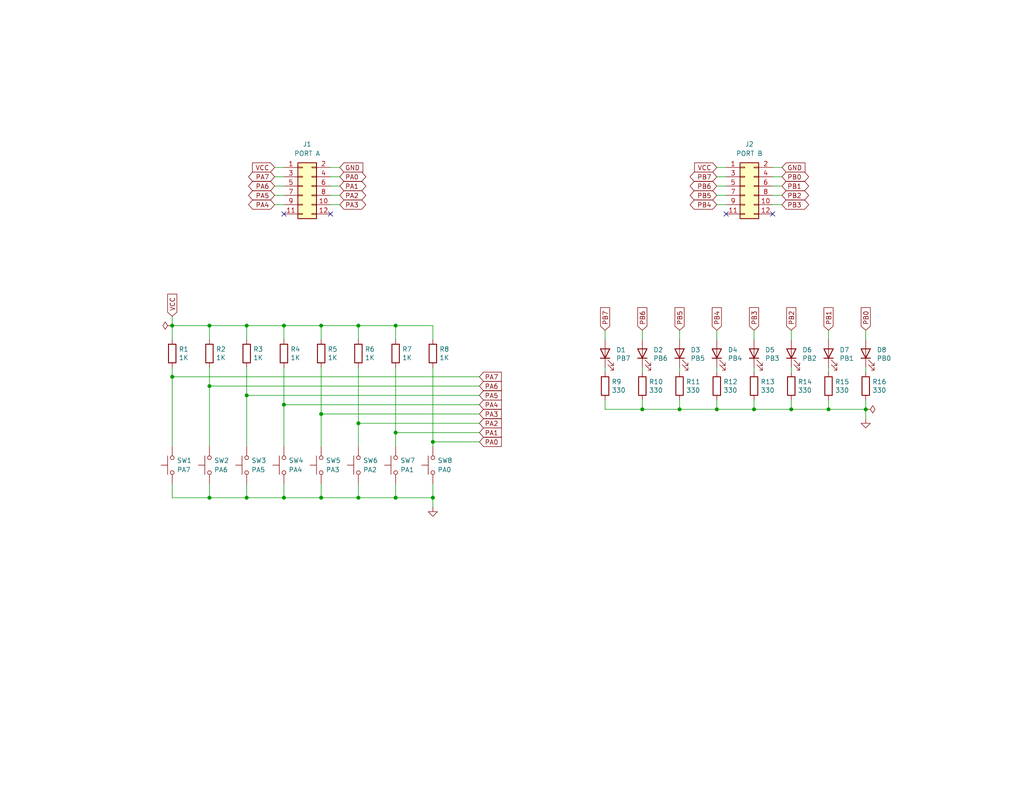
<source format=kicad_sch>
(kicad_sch (version 20231120) (generator "eeschema") (generator_version "8.0")
  (paper "USLetter")
  (title_block (title "6502 GPIO Helper") (date "2024-06-06") (rev "1.0") (company "A.C. Wright Design"))
  (lib_symbols
    (symbol "Connector_Generic:Conn_02x06_Odd_Even" (pin_names (offset 1.016) hide)
      (property "Reference" "J" (at 1.27 7.62 0))
      (property "Value" "Conn_02x06_Odd_Even" (at 1.27 -10.16 0))
      (symbol "Conn_02x06_Odd_Even_1_1"
        (rectangle (start -1.27 -7.493) (end 0 -7.747) (stroke (width 0.1524)))
        (rectangle (start -1.27 -4.953) (end 0 -5.207) (stroke (width 0.1524)))
        (rectangle (start -1.27 -2.413) (end 0 -2.667) (stroke (width 0.1524)))
        (rectangle (start -1.27 0.127) (end 0 -0.127) (stroke (width 0.1524)))
        (rectangle (start -1.27 2.667) (end 0 2.413) (stroke (width 0.1524)))
        (rectangle (start -1.27 5.207) (end 0 4.953) (stroke (width 0.1524)))
        (rectangle (start -1.27 6.35) (end 3.81 -8.89) (stroke (width 0.254)) (fill (type background)))
        (rectangle (start 3.81 -7.493) (end 2.54 -7.747) (stroke (width 0.1524)))
        (rectangle (start 3.81 -4.953) (end 2.54 -5.207) (stroke (width 0.1524)))
        (rectangle (start 3.81 -2.413) (end 2.54 -2.667) (stroke (width 0.1524)))
        (rectangle (start 3.81 0.127) (end 2.54 -0.127) (stroke (width 0.1524)))
        (rectangle (start 3.81 2.667) (end 2.54 2.413) (stroke (width 0.1524)))
        (rectangle (start 3.81 5.207) (end 2.54 4.953) (stroke (width 0.1524)))
        (pin passive line (at -5.08 5.08 0) (length 3.81) (name "Pin_1") (number "1"))
        (pin passive line (at 7.62 -5.08 180) (length 3.81) (name "Pin_10") (number "10"))
        (pin passive line (at -5.08 -7.62 0) (length 3.81) (name "Pin_11") (number "11"))
        (pin passive line (at 7.62 -7.62 180) (length 3.81) (name "Pin_12") (number "12"))
        (pin passive line (at 7.62 5.08 180) (length 3.81) (name "Pin_2") (number "2"))
        (pin passive line (at -5.08 2.54 0) (length 3.81) (name "Pin_3") (number "3"))
        (pin passive line (at 7.62 2.54 180) (length 3.81) (name "Pin_4") (number "4"))
        (pin passive line (at -5.08 0 0) (length 3.81) (name "Pin_5") (number "5"))
        (pin passive line (at 7.62 0 180) (length 3.81) (name "Pin_6") (number "6"))
        (pin passive line (at -5.08 -2.54 0) (length 3.81) (name "Pin_7") (number "7"))
        (pin passive line (at 7.62 -2.54 180) (length 3.81) (name "Pin_8") (number "8"))
        (pin passive line (at -5.08 -5.08 0) (length 3.81) (name "Pin_9") (number "9"))
      )
    )
    (symbol "Device:LED" (pin_numbers hide) (pin_names (offset 1.016) hide)
      (property "Reference" "D" (at 0 2.54 0))
      (property "Value" "LED" (at 0 -2.54 0))
      (symbol "LED_0_1"
        (polyline (pts (xy -1.27 -1.27) (xy -1.27 1.27)) (stroke (width 0.254)))
        (polyline (pts (xy -1.27 0) (xy 1.27 0)))
        (polyline (pts (xy 1.27 -1.27) (xy 1.27 1.27) (xy -1.27 0) (xy 1.27 -1.27)) (stroke (width 0.254)))
        (polyline (pts (xy -3.048 -0.762) (xy -4.572 -2.286) (xy -3.81 -2.286) (xy -4.572 -2.286) (xy -4.572 -1.524)))
        (polyline (pts (xy -1.778 -0.762) (xy -3.302 -2.286) (xy -2.54 -2.286) (xy -3.302 -2.286) (xy -3.302 -1.524)))
      )
      (symbol "LED_1_1"
        (pin passive line (at -3.81 0 0) (length 2.54) (name "K") (number "1"))
        (pin passive line (at 3.81 0 180) (length 2.54) (name "A") (number "2"))
      )
    )
    (symbol "Device:R" (pin_numbers hide) (pin_names (offset 0))
      (property "Reference" "R" (at 2.032 0 90))
      (property "Value" "R" (at 0 0 90))
      (symbol "R_0_1"
        (rectangle (start -1.016 -2.54) (end 1.016 2.54) (stroke (width 0.254)))
      )
      (symbol "R_1_1"
        (pin passive line (at 0 3.81 270) (length 1.27) (name "~") (number "1"))
        (pin passive line (at 0 -3.81 90) (length 1.27) (name "~") (number "2"))
      )
    )
    (symbol "Switch:SW_Push" (pin_numbers hide) (pin_names (offset 1.016) hide)
      (property "Reference" "SW" (at 1.27 2.54 0))
      (property "Value" "SW_Push" (at 0 -1.524 0))
      (symbol "SW_Push_0_1"
        (circle (center -2.032 0) (radius 0.508))
        (polyline (pts (xy 0 1.27) (xy 0 3.048)))
        (polyline (pts (xy 2.54 1.27) (xy -2.54 1.27)))
        (circle (center 2.032 0) (radius 0.508))
        (pin passive line (at -5.08 0 0) (length 2.54) (name "1") (number "1"))
        (pin passive line (at 5.08 0 180) (length 2.54) (name "2") (number "2"))
      )
    )
    (symbol "power:GND" (power) (pin_numbers hide) (pin_names (offset 0) hide)
      (property "Value" "GND" (at 0 -3.81 0))
      (symbol "GND_0_1"
        (polyline (pts (xy 0 0) (xy 0 -1.27) (xy 1.27 -1.27) (xy 0 -2.54) (xy -1.27 -1.27) (xy 0 -1.27)))
      )
      (symbol "GND_1_1"
        (pin power_in line (at 0 0 270) (length 0) (name "~") (number "1"))
      )
    )
    (symbol "power:PWR_FLAG" (power) (pin_numbers hide) (pin_names (offset 0) hide)
      (property "Value" "PWR_FLAG" (at 0 3.81 0))
      (symbol "PWR_FLAG_0_0"
        (pin power_out line (at 0 0 90) (length 0) (name "~") (number "1"))
      )
      (symbol "PWR_FLAG_0_1"
        (polyline (pts (xy 0 0) (xy 0 1.27) (xy -1.016 1.905) (xy 0 2.54) (xy 1.016 1.905) (xy 0 1.27)))
      )
    )
  )
  (junction (at 185.42 111.76))
  (junction (at 57.15 88.9))
  (junction (at 77.47 135.89))
  (junction (at 67.31 88.9))
  (junction (at 46.99 102.87))
  (junction (at 67.31 107.95))
  (junction (at 97.79 88.9))
  (junction (at 118.11 135.89))
  (junction (at 195.58 111.76))
  (junction (at 77.47 110.49))
  (junction (at 87.63 113.03))
  (junction (at 57.15 105.41))
  (junction (at 107.95 135.89))
  (junction (at 97.79 115.57))
  (junction (at 107.95 118.11))
  (junction (at 118.11 120.65))
  (junction (at 175.26 111.76))
  (junction (at 97.79 135.89))
  (junction (at 46.99 88.9))
  (junction (at 226.06 111.76))
  (junction (at 215.9 111.76))
  (junction (at 87.63 88.9))
  (junction (at 205.74 111.76))
  (junction (at 87.63 135.89))
  (junction (at 107.95 88.9))
  (junction (at 77.47 88.9))
  (junction (at 67.31 135.89))
  (junction (at 236.22 111.76))
  (junction (at 57.15 135.89))
  (no_connect (at 198.12 58.42))
  (no_connect (at 210.82 58.42))
  (no_connect (at 90.17 58.42))
  (no_connect (at 77.47 58.42))
  (wire (pts (xy 215.9 100.33) (xy 215.9 101.6)))
  (wire (pts (xy 118.11 88.9) (xy 107.95 88.9)))
  (wire (pts (xy 195.58 45.72) (xy 198.12 45.72)))
  (wire (pts (xy 74.93 50.8) (xy 77.47 50.8)))
  (wire (pts (xy 46.99 102.87) (xy 46.99 121.92)))
  (wire (pts (xy 195.58 111.76) (xy 205.74 111.76)))
  (wire (pts (xy 87.63 88.9) (xy 77.47 88.9)))
  (wire (pts (xy 107.95 118.11) (xy 107.95 121.92)))
  (wire (pts (xy 46.99 100.33) (xy 46.99 102.87)))
  (wire (pts (xy 107.95 135.89) (xy 118.11 135.89)))
  (wire (pts (xy 77.47 100.33) (xy 77.47 110.49)))
  (wire (pts (xy 90.17 55.88) (xy 92.71 55.88)))
  (wire (pts (xy 185.42 109.22) (xy 185.42 111.76)))
  (wire (pts (xy 195.58 50.8) (xy 198.12 50.8)))
  (wire (pts (xy 90.17 45.72) (xy 92.71 45.72)))
  (wire (pts (xy 205.74 90.17) (xy 205.74 92.71)))
  (wire (pts (xy 87.63 132.08) (xy 87.63 135.89)))
  (wire (pts (xy 118.11 120.65) (xy 130.81 120.65)))
  (wire (pts (xy 67.31 132.08) (xy 67.31 135.89)))
  (wire (pts (xy 97.79 88.9) (xy 97.79 92.71)))
  (wire (pts (xy 107.95 118.11) (xy 130.81 118.11)))
  (wire (pts (xy 57.15 105.41) (xy 57.15 121.92)))
  (wire (pts (xy 90.17 48.26) (xy 92.71 48.26)))
  (wire (pts (xy 57.15 100.33) (xy 57.15 105.41)))
  (wire (pts (xy 205.74 109.22) (xy 205.74 111.76)))
  (wire (pts (xy 57.15 88.9) (xy 46.99 88.9)))
  (wire (pts (xy 97.79 88.9) (xy 87.63 88.9)))
  (wire (pts (xy 90.17 53.34) (xy 92.71 53.34)))
  (wire (pts (xy 195.58 90.17) (xy 195.58 92.71)))
  (wire (pts (xy 210.82 50.8) (xy 213.36 50.8)))
  (wire (pts (xy 67.31 88.9) (xy 67.31 92.71)))
  (wire (pts (xy 77.47 135.89) (xy 87.63 135.89)))
  (wire (pts (xy 118.11 100.33) (xy 118.11 120.65)))
  (wire (pts (xy 74.93 45.72) (xy 77.47 45.72)))
  (wire (pts (xy 165.1 90.17) (xy 165.1 92.71)))
  (wire (pts (xy 236.22 109.22) (xy 236.22 111.76)))
  (wire (pts (xy 87.63 113.03) (xy 87.63 121.92)))
  (wire (pts (xy 226.06 100.33) (xy 226.06 101.6)))
  (wire (pts (xy 185.42 90.17) (xy 185.42 92.71)))
  (wire (pts (xy 87.63 135.89) (xy 97.79 135.89)))
  (wire (pts (xy 195.58 48.26) (xy 198.12 48.26)))
  (wire (pts (xy 215.9 90.17) (xy 215.9 92.71)))
  (wire (pts (xy 67.31 107.95) (xy 130.81 107.95)))
  (wire (pts (xy 46.99 86.36) (xy 46.99 88.9)))
  (wire (pts (xy 107.95 88.9) (xy 97.79 88.9)))
  (wire (pts (xy 87.63 113.03) (xy 130.81 113.03)))
  (wire (pts (xy 118.11 92.71) (xy 118.11 88.9)))
  (wire (pts (xy 236.22 90.17) (xy 236.22 92.71)))
  (wire (pts (xy 67.31 107.95) (xy 67.31 121.92)))
  (wire (pts (xy 195.58 53.34) (xy 198.12 53.34)))
  (wire (pts (xy 67.31 135.89) (xy 77.47 135.89)))
  (wire (pts (xy 210.82 48.26) (xy 213.36 48.26)))
  (wire (pts (xy 210.82 45.72) (xy 213.36 45.72)))
  (wire (pts (xy 46.99 135.89) (xy 57.15 135.89)))
  (wire (pts (xy 57.15 105.41) (xy 130.81 105.41)))
  (wire (pts (xy 46.99 132.08) (xy 46.99 135.89)))
  (wire (pts (xy 107.95 88.9) (xy 107.95 92.71)))
  (wire (pts (xy 74.93 55.88) (xy 77.47 55.88)))
  (wire (pts (xy 165.1 100.33) (xy 165.1 101.6)))
  (wire (pts (xy 185.42 111.76) (xy 195.58 111.76)))
  (wire (pts (xy 87.63 100.33) (xy 87.63 113.03)))
  (wire (pts (xy 97.79 100.33) (xy 97.79 115.57)))
  (wire (pts (xy 226.06 111.76) (xy 236.22 111.76)))
  (wire (pts (xy 118.11 120.65) (xy 118.11 121.92)))
  (wire (pts (xy 67.31 100.33) (xy 67.31 107.95)))
  (wire (pts (xy 97.79 132.08) (xy 97.79 135.89)))
  (wire (pts (xy 236.22 100.33) (xy 236.22 101.6)))
  (wire (pts (xy 77.47 88.9) (xy 77.47 92.71)))
  (wire (pts (xy 185.42 100.33) (xy 185.42 101.6)))
  (wire (pts (xy 165.1 111.76) (xy 175.26 111.76)))
  (wire (pts (xy 175.26 109.22) (xy 175.26 111.76)))
  (wire (pts (xy 97.79 115.57) (xy 97.79 121.92)))
  (wire (pts (xy 118.11 132.08) (xy 118.11 135.89)))
  (wire (pts (xy 215.9 111.76) (xy 226.06 111.76)))
  (wire (pts (xy 87.63 88.9) (xy 87.63 92.71)))
  (wire (pts (xy 97.79 135.89) (xy 107.95 135.89)))
  (wire (pts (xy 205.74 111.76) (xy 215.9 111.76)))
  (wire (pts (xy 97.79 115.57) (xy 130.81 115.57)))
  (wire (pts (xy 210.82 55.88) (xy 213.36 55.88)))
  (wire (pts (xy 236.22 111.76) (xy 236.22 114.3)))
  (wire (pts (xy 226.06 109.22) (xy 226.06 111.76)))
  (wire (pts (xy 195.58 109.22) (xy 195.58 111.76)))
  (wire (pts (xy 90.17 50.8) (xy 92.71 50.8)))
  (wire (pts (xy 175.26 111.76) (xy 185.42 111.76)))
  (wire (pts (xy 46.99 102.87) (xy 130.81 102.87)))
  (wire (pts (xy 77.47 110.49) (xy 77.47 121.92)))
  (wire (pts (xy 74.93 53.34) (xy 77.47 53.34)))
  (wire (pts (xy 195.58 100.33) (xy 195.58 101.6)))
  (wire (pts (xy 57.15 88.9) (xy 57.15 92.71)))
  (wire (pts (xy 74.93 48.26) (xy 77.47 48.26)))
  (wire (pts (xy 175.26 90.17) (xy 175.26 92.71)))
  (wire (pts (xy 57.15 132.08) (xy 57.15 135.89)))
  (wire (pts (xy 107.95 100.33) (xy 107.95 118.11)))
  (wire (pts (xy 210.82 53.34) (xy 213.36 53.34)))
  (wire (pts (xy 165.1 109.22) (xy 165.1 111.76)))
  (wire (pts (xy 215.9 109.22) (xy 215.9 111.76)))
  (wire (pts (xy 77.47 110.49) (xy 130.81 110.49)))
  (wire (pts (xy 226.06 90.17) (xy 226.06 92.71)))
  (wire (pts (xy 77.47 88.9) (xy 67.31 88.9)))
  (wire (pts (xy 46.99 88.9) (xy 46.99 92.71)))
  (wire (pts (xy 57.15 135.89) (xy 67.31 135.89)))
  (wire (pts (xy 175.26 100.33) (xy 175.26 101.6)))
  (wire (pts (xy 107.95 132.08) (xy 107.95 135.89)))
  (wire (pts (xy 205.74 100.33) (xy 205.74 101.6)))
  (wire (pts (xy 67.31 88.9) (xy 57.15 88.9)))
  (wire (pts (xy 195.58 55.88) (xy 198.12 55.88)))
  (wire (pts (xy 118.11 135.89) (xy 118.11 138.43)))
  (wire (pts (xy 77.47 132.08) (xy 77.47 135.89)))
  (global_label "GND" (shape input) (at 213.36 45.72 0) (property "Intersheetrefs" "${INTERSHEET_REFS}" (effects (hide yes))))
  (global_label "PB2" (shape input) (at 215.9 90.17 90) (property "Intersheetrefs" "${INTERSHEET_REFS}" (effects (hide yes))))
  (global_label "PB1" (shape bidirectional) (at 213.36 50.8 0) (property "Intersheetrefs" "${INTERSHEET_REFS}" (effects (hide yes))))
  (global_label "PA1" (shape input) (at 130.81 118.11 0) (property "Intersheetrefs" "${INTERSHEET_REFS}" (effects (hide yes))))
  (global_label "PB3" (shape input) (at 205.74 90.17 90) (property "Intersheetrefs" "${INTERSHEET_REFS}" (effects (hide yes))))
  (global_label "VCC" (shape input) (at 46.99 86.36 90) (property "Intersheetrefs" "${INTERSHEET_REFS}" (effects (hide yes))))
  (global_label "PA4" (shape input) (at 130.81 110.49 0) (property "Intersheetrefs" "${INTERSHEET_REFS}" (effects (hide yes))))
  (global_label "PB6" (shape bidirectional) (at 195.58 50.8 180) (property "Intersheetrefs" "${INTERSHEET_REFS}" (effects (hide yes))))
  (global_label "PB1" (shape input) (at 226.06 90.17 90) (property "Intersheetrefs" "${INTERSHEET_REFS}" (effects (hide yes))))
  (global_label "PA7" (shape bidirectional) (at 74.93 48.26 180) (property "Intersheetrefs" "${INTERSHEET_REFS}" (effects (hide yes))))
  (global_label "PA4" (shape bidirectional) (at 74.93 55.88 180) (property "Intersheetrefs" "${INTERSHEET_REFS}" (effects (hide yes))))
  (global_label "PA0" (shape input) (at 130.81 120.65 0) (property "Intersheetrefs" "${INTERSHEET_REFS}" (effects (hide yes))))
  (global_label "PA7" (shape input) (at 130.81 102.87 0) (property "Intersheetrefs" "${INTERSHEET_REFS}" (effects (hide yes))))
  (global_label "PA6" (shape input) (at 130.81 105.41 0) (property "Intersheetrefs" "${INTERSHEET_REFS}" (effects (hide yes))))
  (global_label "PA3" (shape input) (at 130.81 113.03 0) (property "Intersheetrefs" "${INTERSHEET_REFS}" (effects (hide yes))))
  (global_label "PA0" (shape bidirectional) (at 92.71 48.26 0) (property "Intersheetrefs" "${INTERSHEET_REFS}" (effects (hide yes))))
  (global_label "PA2" (shape input) (at 130.81 115.57 0) (property "Intersheetrefs" "${INTERSHEET_REFS}" (effects (hide yes))))
  (global_label "VCC" (shape input) (at 74.93 45.72 180) (property "Intersheetrefs" "${INTERSHEET_REFS}" (effects (hide yes))))
  (global_label "PB0" (shape input) (at 236.22 90.17 90) (property "Intersheetrefs" "${INTERSHEET_REFS}" (effects (hide yes))))
  (global_label "PB6" (shape input) (at 175.26 90.17 90) (property "Intersheetrefs" "${INTERSHEET_REFS}" (effects (hide yes))))
  (global_label "PA6" (shape bidirectional) (at 74.93 50.8 180) (property "Intersheetrefs" "${INTERSHEET_REFS}" (effects (hide yes))))
  (global_label "PA1" (shape bidirectional) (at 92.71 50.8 0) (property "Intersheetrefs" "${INTERSHEET_REFS}" (effects (hide yes))))
  (global_label "PB4" (shape bidirectional) (at 195.58 55.88 180) (property "Intersheetrefs" "${INTERSHEET_REFS}" (effects (hide yes))))
  (global_label "PB0" (shape bidirectional) (at 213.36 48.26 0) (property "Intersheetrefs" "${INTERSHEET_REFS}" (effects (hide yes))))
  (global_label "PB5" (shape bidirectional) (at 195.58 53.34 180) (property "Intersheetrefs" "${INTERSHEET_REFS}" (effects (hide yes))))
  (global_label "PA5" (shape input) (at 130.81 107.95 0) (property "Intersheetrefs" "${INTERSHEET_REFS}" (effects (hide yes))))
  (global_label "PB7" (shape bidirectional) (at 195.58 48.26 180) (property "Intersheetrefs" "${INTERSHEET_REFS}" (effects (hide yes))))
  (global_label "PB2" (shape bidirectional) (at 213.36 53.34 0) (property "Intersheetrefs" "${INTERSHEET_REFS}" (effects (hide yes))))
  (global_label "PB7" (shape input) (at 165.1 90.17 90) (property "Intersheetrefs" "${INTERSHEET_REFS}" (effects (hide yes))))
  (global_label "VCC" (shape input) (at 195.58 45.72 180) (property "Intersheetrefs" "${INTERSHEET_REFS}" (effects (hide yes))))
  (global_label "GND" (shape input) (at 92.71 45.72 0) (property "Intersheetrefs" "${INTERSHEET_REFS}" (effects (hide yes))))
  (global_label "PB4" (shape input) (at 195.58 90.17 90) (property "Intersheetrefs" "${INTERSHEET_REFS}" (effects (hide yes))))
  (global_label "PA2" (shape bidirectional) (at 92.71 53.34 0) (property "Intersheetrefs" "${INTERSHEET_REFS}" (effects (hide yes))))
  (global_label "PA5" (shape bidirectional) (at 74.93 53.34 180) (property "Intersheetrefs" "${INTERSHEET_REFS}" (effects (hide yes))))
  (global_label "PA3" (shape bidirectional) (at 92.71 55.88 0) (property "Intersheetrefs" "${INTERSHEET_REFS}" (effects (hide yes))))
  (global_label "PB3" (shape bidirectional) (at 213.36 55.88 0) (property "Intersheetrefs" "${INTERSHEET_REFS}" (effects (hide yes))))
  (global_label "PB5" (shape input) (at 185.42 90.17 90) (property "Intersheetrefs" "${INTERSHEET_REFS}" (effects (hide yes))))
  (symbol (lib_id "Switch:SW_Push") (at 67.31 127 90) (unit 1)
    (property "Reference" "SW3" (at 68.58 125.7299 90) (effects (justify right)))
    (property "Value" "PA5" (at 68.58 128.2699 90) (effects (justify right)))
    (property "Footprint" "Button_Switch_THT:SW_PUSH_6mm" (effects (hide yes)))
    (property "Description" "Push button switch, generic, two pins" (effects (hide yes)))
  )
  (symbol (lib_id "Device:LED") (at 175.26 96.52 90) (unit 1) (in_bom no)
    (property "Reference" "D2" (at 178.2572 95.5294 90) (effects (justify right)))
    (property "Value" "PB6" (at 178.2572 97.8408 90) (effects (justify right)))
    (property "Footprint" "LED_THT:LED_D3.0mm" (effects (hide yes)))
    (property "Description" "Light emitting diode" (effects (hide yes)))
  )
  (symbol (lib_id "Switch:SW_Push") (at 77.47 127 90) (unit 1)
    (property "Reference" "SW4" (at 78.74 125.7299 90) (effects (justify right)))
    (property "Value" "PA4" (at 78.74 128.2699 90) (effects (justify right)))
    (property "Footprint" "Button_Switch_THT:SW_PUSH_6mm" (effects (hide yes)))
    (property "Description" "Push button switch, generic, two pins" (effects (hide yes)))
  )
  (symbol (lib_id "Device:R") (at 185.42 105.41 180) (unit 1) (in_bom no)
    (property "Reference" "R11" (at 187.198 104.2416 0) (effects (justify right)))
    (property "Value" "330" (at 187.198 106.553 0) (effects (justify right)))
    (property "Footprint" "Resistor_THT:R_Axial_DIN0204_L3.6mm_D1.6mm_P5.08mm_Horizontal" (effects (hide yes)))
    (property "Description" "Resistor" (effects (hide yes)))
  )
  (symbol (lib_id "Device:LED") (at 215.9 96.52 90) (unit 1) (in_bom no)
    (property "Reference" "D6" (at 218.8972 95.5294 90) (effects (justify right)))
    (property "Value" "PB2" (at 218.8972 97.8408 90) (effects (justify right)))
    (property "Footprint" "LED_THT:LED_D3.0mm" (effects (hide yes)))
    (property "Description" "Light emitting diode" (effects (hide yes)))
  )
  (symbol (lib_id "Switch:SW_Push") (at 97.79 127 90) (unit 1)
    (property "Reference" "SW6" (at 99.06 125.7299 90) (effects (justify right)))
    (property "Value" "PA2" (at 99.06 128.2699 90) (effects (justify right)))
    (property "Footprint" "Button_Switch_THT:SW_PUSH_6mm" (effects (hide yes)))
    (property "Description" "Push button switch, generic, two pins" (effects (hide yes)))
  )
  (symbol (lib_id "power:PWR_FLAG") (at 46.99 88.9 90) (unit 1)
    (property "Reference" "#FLG01" (effects (hide yes)))
    (property "Value" "PWR_FLAG" (effects (hide yes)))
    (property "Description" "Special symbol for telling ERC where power comes from" (effects (hide yes)))
  )
  (symbol (lib_id "Device:R") (at 107.95 96.52 180) (unit 1) (in_bom no)
    (property "Reference" "R7" (at 109.728 95.3516 0) (effects (justify right)))
    (property "Value" "1K" (at 109.728 97.663 0) (effects (justify right)))
    (property "Footprint" "Resistor_THT:R_Axial_DIN0204_L3.6mm_D1.6mm_P5.08mm_Horizontal" (effects (hide yes)))
    (property "Description" "Resistor" (effects (hide yes)))
  )
  (symbol (lib_id "Switch:SW_Push") (at 46.99 127 90) (unit 1)
    (property "Reference" "SW1" (at 48.26 125.7299 90) (effects (justify right)))
    (property "Value" "PA7" (at 48.26 128.2699 90) (effects (justify right)))
    (property "Footprint" "Button_Switch_THT:SW_PUSH_6mm" (effects (hide yes)))
    (property "Description" "Push button switch, generic, two pins" (effects (hide yes)))
  )
  (symbol (lib_id "Device:R") (at 57.15 96.52 180) (unit 1) (in_bom no)
    (property "Reference" "R2" (at 58.928 95.3516 0) (effects (justify right)))
    (property "Value" "1K" (at 58.928 97.663 0) (effects (justify right)))
    (property "Footprint" "Resistor_THT:R_Axial_DIN0204_L3.6mm_D1.6mm_P5.08mm_Horizontal" (effects (hide yes)))
    (property "Description" "Resistor" (effects (hide yes)))
  )
  (symbol (lib_id "Device:R") (at 165.1 105.41 180) (unit 1) (in_bom no)
    (property "Reference" "R9" (at 166.878 104.2416 0) (effects (justify right)))
    (property "Value" "330" (at 166.878 106.553 0) (effects (justify right)))
    (property "Footprint" "Resistor_THT:R_Axial_DIN0204_L3.6mm_D1.6mm_P5.08mm_Horizontal" (effects (hide yes)))
    (property "Description" "Resistor" (effects (hide yes)))
  )
  (symbol (lib_id "Switch:SW_Push") (at 87.63 127 90) (unit 1)
    (property "Reference" "SW5" (at 88.9 125.7299 90) (effects (justify right)))
    (property "Value" "PA3" (at 88.9 128.2699 90) (effects (justify right)))
    (property "Footprint" "Button_Switch_THT:SW_PUSH_6mm" (effects (hide yes)))
    (property "Description" "Push button switch, generic, two pins" (effects (hide yes)))
  )
  (symbol (lib_id "Device:R") (at 118.11 96.52 180) (unit 1) (in_bom no)
    (property "Reference" "R8" (at 119.888 95.3516 0) (effects (justify right)))
    (property "Value" "1K" (at 119.888 97.663 0) (effects (justify right)))
    (property "Footprint" "Resistor_THT:R_Axial_DIN0204_L3.6mm_D1.6mm_P5.08mm_Horizontal" (effects (hide yes)))
    (property "Description" "Resistor" (effects (hide yes)))
  )
  (symbol (lib_id "Device:R") (at 87.63 96.52 180) (unit 1) (in_bom no)
    (property "Reference" "R5" (at 89.408 95.3516 0) (effects (justify right)))
    (property "Value" "1K" (at 89.408 97.663 0) (effects (justify right)))
    (property "Footprint" "Resistor_THT:R_Axial_DIN0204_L3.6mm_D1.6mm_P5.08mm_Horizontal" (effects (hide yes)))
    (property "Description" "Resistor" (effects (hide yes)))
  )
  (symbol (lib_id "power:GND") (at 118.11 138.43 0) (unit 1)
    (property "Reference" "#PWR04" (effects (hide yes)))
    (property "Value" "GND" (effects (hide yes)))
    (property "Description" "Power symbol creates a global label with name \"GND\" , ground" (effects (hide yes)))
  )
  (symbol (lib_id "Device:LED") (at 205.74 96.52 90) (unit 1) (in_bom no)
    (property "Reference" "D5" (at 208.7372 95.5294 90) (effects (justify right)))
    (property "Value" "PB3" (at 208.7372 97.8408 90) (effects (justify right)))
    (property "Footprint" "LED_THT:LED_D3.0mm" (effects (hide yes)))
    (property "Description" "Light emitting diode" (effects (hide yes)))
  )
  (symbol (lib_id "Switch:SW_Push") (at 107.95 127 90) (unit 1)
    (property "Reference" "SW7" (at 109.22 125.7299 90) (effects (justify right)))
    (property "Value" "PA1" (at 109.22 128.2699 90) (effects (justify right)))
    (property "Footprint" "Button_Switch_THT:SW_PUSH_6mm" (effects (hide yes)))
    (property "Description" "Push button switch, generic, two pins" (effects (hide yes)))
  )
  (symbol (lib_id "Device:R") (at 226.06 105.41 180) (unit 1) (in_bom no)
    (property "Reference" "R15" (at 227.838 104.2416 0) (effects (justify right)))
    (property "Value" "330" (at 227.838 106.553 0) (effects (justify right)))
    (property "Footprint" "Resistor_THT:R_Axial_DIN0204_L3.6mm_D1.6mm_P5.08mm_Horizontal" (effects (hide yes)))
    (property "Description" "Resistor" (effects (hide yes)))
  )
  (symbol (lib_id "Connector_Generic:Conn_02x06_Odd_Even") (at 203.2 50.8 0) (unit 1)
    (property "Reference" "J2" (at 204.47 39.37 0))
    (property "Value" "PORT B" (at 204.47 41.91 0))
    (property "Footprint" "Connector_PinHeader_2.54mm:PinHeader_2x06_P2.54mm_Vertical" (effects (hide yes)))
    (property "Description" "Generic connector, double row, 02x06, odd/even pin numbering scheme (row 1 odd numbers, row 2 even numbers), script generated (kicad-library-utils/schlib/autogen/connector/)" (effects (hide yes)))
  )
  (symbol (lib_id "Device:R") (at 77.47 96.52 180) (unit 1) (in_bom no)
    (property "Reference" "R4" (at 79.248 95.3516 0) (effects (justify right)))
    (property "Value" "1K" (at 79.248 97.663 0) (effects (justify right)))
    (property "Footprint" "Resistor_THT:R_Axial_DIN0204_L3.6mm_D1.6mm_P5.08mm_Horizontal" (effects (hide yes)))
    (property "Description" "Resistor" (effects (hide yes)))
  )
  (symbol (lib_id "Device:LED") (at 185.42 96.52 90) (unit 1) (in_bom no)
    (property "Reference" "D3" (at 188.4172 95.5294 90) (effects (justify right)))
    (property "Value" "PB5" (at 188.4172 97.8408 90) (effects (justify right)))
    (property "Footprint" "LED_THT:LED_D3.0mm" (effects (hide yes)))
    (property "Description" "Light emitting diode" (effects (hide yes)))
  )
  (symbol (lib_id "Connector_Generic:Conn_02x06_Odd_Even") (at 82.55 50.8 0) (unit 1)
    (property "Reference" "J1" (at 83.82 39.37 0))
    (property "Value" "PORT A" (at 83.82 41.91 0))
    (property "Footprint" "Connector_PinHeader_2.54mm:PinHeader_2x06_P2.54mm_Vertical" (effects (hide yes)))
    (property "Description" "Generic connector, double row, 02x06, odd/even pin numbering scheme (row 1 odd numbers, row 2 even numbers), script generated (kicad-library-utils/schlib/autogen/connector/)" (effects (hide yes)))
  )
  (symbol (lib_id "power:GND") (at 236.22 114.3 0) (unit 1)
    (property "Reference" "#PWR03" (effects (hide yes)))
    (property "Value" "GND" (effects (hide yes)))
    (property "Description" "Power symbol creates a global label with name \"GND\" , ground" (effects (hide yes)))
  )
  (symbol (lib_id "Device:R") (at 205.74 105.41 180) (unit 1) (in_bom no)
    (property "Reference" "R13" (at 207.518 104.2416 0) (effects (justify right)))
    (property "Value" "330" (at 207.518 106.553 0) (effects (justify right)))
    (property "Footprint" "Resistor_THT:R_Axial_DIN0204_L3.6mm_D1.6mm_P5.08mm_Horizontal" (effects (hide yes)))
    (property "Description" "Resistor" (effects (hide yes)))
  )
  (symbol (lib_id "Device:R") (at 175.26 105.41 180) (unit 1) (in_bom no)
    (property "Reference" "R10" (at 177.038 104.2416 0) (effects (justify right)))
    (property "Value" "330" (at 177.038 106.553 0) (effects (justify right)))
    (property "Footprint" "Resistor_THT:R_Axial_DIN0204_L3.6mm_D1.6mm_P5.08mm_Horizontal" (effects (hide yes)))
    (property "Description" "Resistor" (effects (hide yes)))
  )
  (symbol (lib_id "Device:R") (at 97.79 96.52 180) (unit 1) (in_bom no)
    (property "Reference" "R6" (at 99.568 95.3516 0) (effects (justify right)))
    (property "Value" "1K" (at 99.568 97.663 0) (effects (justify right)))
    (property "Footprint" "Resistor_THT:R_Axial_DIN0204_L3.6mm_D1.6mm_P5.08mm_Horizontal" (effects (hide yes)))
    (property "Description" "Resistor" (effects (hide yes)))
  )
  (symbol (lib_id "Device:LED") (at 236.22 96.52 90) (unit 1) (in_bom no)
    (property "Reference" "D8" (at 239.2172 95.5294 90) (effects (justify right)))
    (property "Value" "PB0" (at 239.2172 97.8408 90) (effects (justify right)))
    (property "Footprint" "LED_THT:LED_D3.0mm" (effects (hide yes)))
    (property "Description" "Light emitting diode" (effects (hide yes)))
  )
  (symbol (lib_id "Switch:SW_Push") (at 57.15 127 90) (unit 1)
    (property "Reference" "SW2" (at 58.42 125.7299 90) (effects (justify right)))
    (property "Value" "PA6" (at 58.42 128.2699 90) (effects (justify right)))
    (property "Footprint" "Button_Switch_THT:SW_PUSH_6mm" (effects (hide yes)))
    (property "Description" "Push button switch, generic, two pins" (effects (hide yes)))
  )
  (symbol (lib_id "Device:LED") (at 165.1 96.52 90) (unit 1) (in_bom no)
    (property "Reference" "D1" (at 168.0972 95.5294 90) (effects (justify right)))
    (property "Value" "PB7" (at 168.0972 97.8408 90) (effects (justify right)))
    (property "Footprint" "LED_THT:LED_D3.0mm" (effects (hide yes)))
    (property "Description" "Light emitting diode" (effects (hide yes)))
  )
  (symbol (lib_id "power:PWR_FLAG") (at 236.22 111.76 270) (unit 1)
    (property "Reference" "#FLG02" (effects (hide yes)))
    (property "Value" "PWR_FLAG" (effects (hide yes)))
    (property "Description" "Special symbol for telling ERC where power comes from" (effects (hide yes)))
  )
  (symbol (lib_id "Device:R") (at 215.9 105.41 180) (unit 1) (in_bom no)
    (property "Reference" "R14" (at 217.678 104.2416 0) (effects (justify right)))
    (property "Value" "330" (at 217.678 106.553 0) (effects (justify right)))
    (property "Footprint" "Resistor_THT:R_Axial_DIN0204_L3.6mm_D1.6mm_P5.08mm_Horizontal" (effects (hide yes)))
    (property "Description" "Resistor" (effects (hide yes)))
  )
  (symbol (lib_id "Device:LED") (at 226.06 96.52 90) (unit 1) (in_bom no)
    (property "Reference" "D7" (at 229.0572 95.5294 90) (effects (justify right)))
    (property "Value" "PB1" (at 229.0572 97.8408 90) (effects (justify right)))
    (property "Footprint" "LED_THT:LED_D3.0mm" (effects (hide yes)))
    (property "Description" "Light emitting diode" (effects (hide yes)))
  )
  (symbol (lib_id "Device:R") (at 195.58 105.41 180) (unit 1) (in_bom no)
    (property "Reference" "R12" (at 197.358 104.2416 0) (effects (justify right)))
    (property "Value" "330" (at 197.358 106.553 0) (effects (justify right)))
    (property "Footprint" "Resistor_THT:R_Axial_DIN0204_L3.6mm_D1.6mm_P5.08mm_Horizontal" (effects (hide yes)))
    (property "Description" "Resistor" (effects (hide yes)))
  )
  (symbol (lib_id "Device:R") (at 236.22 105.41 180) (unit 1) (in_bom no)
    (property "Reference" "R16" (at 237.998 104.2416 0) (effects (justify right)))
    (property "Value" "330" (at 237.998 106.553 0) (effects (justify right)))
    (property "Footprint" "Resistor_THT:R_Axial_DIN0204_L3.6mm_D1.6mm_P5.08mm_Horizontal" (effects (hide yes)))
    (property "Description" "Resistor" (effects (hide yes)))
  )
  (symbol (lib_id "Device:LED") (at 195.58 96.52 90) (unit 1) (in_bom no)
    (property "Reference" "D4" (at 198.5772 95.5294 90) (effects (justify right)))
    (property "Value" "PB4" (at 198.5772 97.8408 90) (effects (justify right)))
    (property "Footprint" "LED_THT:LED_D3.0mm" (effects (hide yes)))
    (property "Description" "Light emitting diode" (effects (hide yes)))
  )
  (symbol (lib_id "Switch:SW_Push") (at 118.11 127 90) (unit 1)
    (property "Reference" "SW8" (at 119.38 125.7299 90) (effects (justify right)))
    (property "Value" "PA0" (at 119.38 128.2699 90) (effects (justify right)))
    (property "Footprint" "Button_Switch_THT:SW_PUSH_6mm" (effects (hide yes)))
    (property "Description" "Push button switch, generic, two pins" (effects (hide yes)))
  )
  (symbol (lib_id "Device:R") (at 67.31 96.52 180) (unit 1) (in_bom no)
    (property "Reference" "R3" (at 69.088 95.3516 0) (effects (justify right)))
    (property "Value" "1K" (at 69.088 97.663 0) (effects (justify right)))
    (property "Footprint" "Resistor_THT:R_Axial_DIN0204_L3.6mm_D1.6mm_P5.08mm_Horizontal" (effects (hide yes)))
    (property "Description" "Resistor" (effects (hide yes)))
  )
  (symbol (lib_id "Device:R") (at 46.99 96.52 180) (unit 1) (in_bom no)
    (property "Reference" "R1" (at 48.768 95.3516 0) (effects (justify right)))
    (property "Value" "1K" (at 48.768 97.663 0) (effects (justify right)))
    (property "Footprint" "Resistor_THT:R_Axial_DIN0204_L3.6mm_D1.6mm_P5.08mm_Horizontal" (effects (hide yes)))
    (property "Description" "Resistor" (effects (hide yes)))
  )
)
</source>
